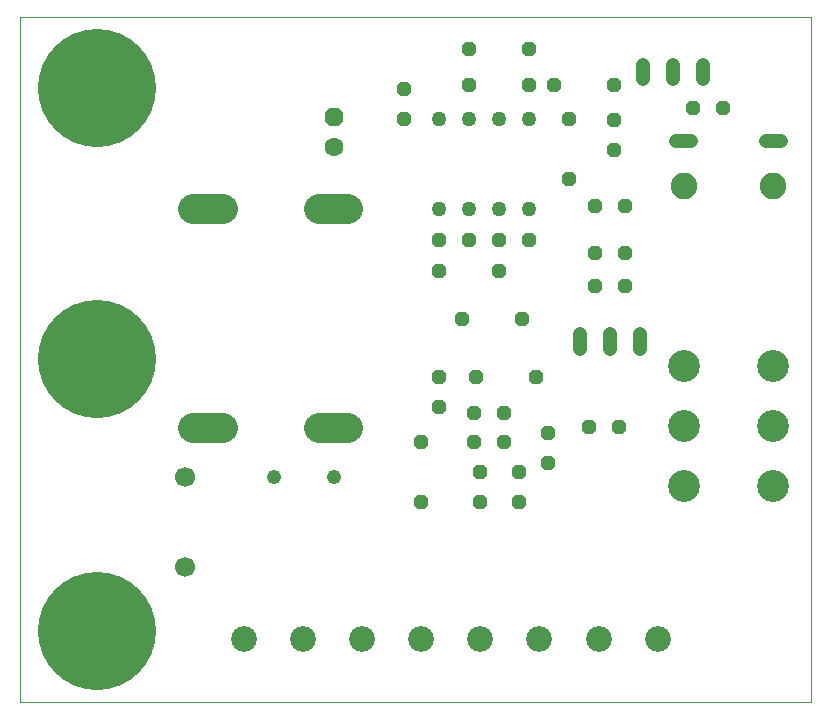
<source format=gbs>
G04 EAGLE Gerber RS-274X export*
G75*
%MOMM*%
%FSLAX34Y34*%
%LPD*%
%INStop Mask Bottom*%
%IPPOS*%
%AMOC8*
5,1,8,0,0,1.08239X$1,22.5*%
G01*
%ADD10C,0.000000*%
%ADD11C,10.000000*%
%ADD12C,5.000000*%
%ADD13C,1.700000*%
%ADD14C,1.219200*%
%ADD15P,1.319650X8X202.500000*%
%ADD16C,1.270000*%
%ADD17P,1.319650X8X292.500000*%
%ADD18P,1.319650X8X22.500000*%
%ADD19P,1.319650X8X112.500000*%
%ADD20P,1.732040X8X112.500000*%
%ADD21C,1.600200*%
%ADD22C,2.184400*%
%ADD23C,2.500000*%
%ADD24C,1.650000*%
%ADD25C,1.219200*%
%ADD26C,2.700000*%
%ADD27C,2.250000*%


D10*
X0Y0D02*
X670000Y0D01*
X670000Y580000D01*
X0Y580000D01*
X0Y0D01*
D11*
X65000Y520000D03*
D10*
X40000Y520000D02*
X40008Y520614D01*
X40030Y521227D01*
X40068Y521839D01*
X40120Y522450D01*
X40188Y523060D01*
X40271Y523668D01*
X40368Y524274D01*
X40480Y524877D01*
X40607Y525478D01*
X40749Y526075D01*
X40906Y526668D01*
X41076Y527257D01*
X41262Y527842D01*
X41461Y528422D01*
X41675Y528997D01*
X41903Y529567D01*
X42145Y530131D01*
X42400Y530689D01*
X42669Y531240D01*
X42952Y531785D01*
X43248Y532322D01*
X43557Y532853D01*
X43879Y533375D01*
X44213Y533889D01*
X44560Y534395D01*
X44920Y534892D01*
X45291Y535381D01*
X45675Y535860D01*
X46070Y536329D01*
X46476Y536789D01*
X46894Y537239D01*
X47322Y537678D01*
X47761Y538106D01*
X48211Y538524D01*
X48671Y538930D01*
X49140Y539325D01*
X49619Y539709D01*
X50108Y540080D01*
X50605Y540440D01*
X51111Y540787D01*
X51625Y541121D01*
X52147Y541443D01*
X52678Y541752D01*
X53215Y542048D01*
X53760Y542331D01*
X54311Y542600D01*
X54869Y542855D01*
X55433Y543097D01*
X56003Y543325D01*
X56578Y543539D01*
X57158Y543738D01*
X57743Y543924D01*
X58332Y544094D01*
X58925Y544251D01*
X59522Y544393D01*
X60123Y544520D01*
X60726Y544632D01*
X61332Y544729D01*
X61940Y544812D01*
X62550Y544880D01*
X63161Y544932D01*
X63773Y544970D01*
X64386Y544992D01*
X65000Y545000D01*
X65614Y544992D01*
X66227Y544970D01*
X66839Y544932D01*
X67450Y544880D01*
X68060Y544812D01*
X68668Y544729D01*
X69274Y544632D01*
X69877Y544520D01*
X70478Y544393D01*
X71075Y544251D01*
X71668Y544094D01*
X72257Y543924D01*
X72842Y543738D01*
X73422Y543539D01*
X73997Y543325D01*
X74567Y543097D01*
X75131Y542855D01*
X75689Y542600D01*
X76240Y542331D01*
X76785Y542048D01*
X77322Y541752D01*
X77853Y541443D01*
X78375Y541121D01*
X78889Y540787D01*
X79395Y540440D01*
X79892Y540080D01*
X80381Y539709D01*
X80860Y539325D01*
X81329Y538930D01*
X81789Y538524D01*
X82239Y538106D01*
X82678Y537678D01*
X83106Y537239D01*
X83524Y536789D01*
X83930Y536329D01*
X84325Y535860D01*
X84709Y535381D01*
X85080Y534892D01*
X85440Y534395D01*
X85787Y533889D01*
X86121Y533375D01*
X86443Y532853D01*
X86752Y532322D01*
X87048Y531785D01*
X87331Y531240D01*
X87600Y530689D01*
X87855Y530131D01*
X88097Y529567D01*
X88325Y528997D01*
X88539Y528422D01*
X88738Y527842D01*
X88924Y527257D01*
X89094Y526668D01*
X89251Y526075D01*
X89393Y525478D01*
X89520Y524877D01*
X89632Y524274D01*
X89729Y523668D01*
X89812Y523060D01*
X89880Y522450D01*
X89932Y521839D01*
X89970Y521227D01*
X89992Y520614D01*
X90000Y520000D01*
X89992Y519386D01*
X89970Y518773D01*
X89932Y518161D01*
X89880Y517550D01*
X89812Y516940D01*
X89729Y516332D01*
X89632Y515726D01*
X89520Y515123D01*
X89393Y514522D01*
X89251Y513925D01*
X89094Y513332D01*
X88924Y512743D01*
X88738Y512158D01*
X88539Y511578D01*
X88325Y511003D01*
X88097Y510433D01*
X87855Y509869D01*
X87600Y509311D01*
X87331Y508760D01*
X87048Y508215D01*
X86752Y507678D01*
X86443Y507147D01*
X86121Y506625D01*
X85787Y506111D01*
X85440Y505605D01*
X85080Y505108D01*
X84709Y504619D01*
X84325Y504140D01*
X83930Y503671D01*
X83524Y503211D01*
X83106Y502761D01*
X82678Y502322D01*
X82239Y501894D01*
X81789Y501476D01*
X81329Y501070D01*
X80860Y500675D01*
X80381Y500291D01*
X79892Y499920D01*
X79395Y499560D01*
X78889Y499213D01*
X78375Y498879D01*
X77853Y498557D01*
X77322Y498248D01*
X76785Y497952D01*
X76240Y497669D01*
X75689Y497400D01*
X75131Y497145D01*
X74567Y496903D01*
X73997Y496675D01*
X73422Y496461D01*
X72842Y496262D01*
X72257Y496076D01*
X71668Y495906D01*
X71075Y495749D01*
X70478Y495607D01*
X69877Y495480D01*
X69274Y495368D01*
X68668Y495271D01*
X68060Y495188D01*
X67450Y495120D01*
X66839Y495068D01*
X66227Y495030D01*
X65614Y495008D01*
X65000Y495000D01*
X64386Y495008D01*
X63773Y495030D01*
X63161Y495068D01*
X62550Y495120D01*
X61940Y495188D01*
X61332Y495271D01*
X60726Y495368D01*
X60123Y495480D01*
X59522Y495607D01*
X58925Y495749D01*
X58332Y495906D01*
X57743Y496076D01*
X57158Y496262D01*
X56578Y496461D01*
X56003Y496675D01*
X55433Y496903D01*
X54869Y497145D01*
X54311Y497400D01*
X53760Y497669D01*
X53215Y497952D01*
X52678Y498248D01*
X52147Y498557D01*
X51625Y498879D01*
X51111Y499213D01*
X50605Y499560D01*
X50108Y499920D01*
X49619Y500291D01*
X49140Y500675D01*
X48671Y501070D01*
X48211Y501476D01*
X47761Y501894D01*
X47322Y502322D01*
X46894Y502761D01*
X46476Y503211D01*
X46070Y503671D01*
X45675Y504140D01*
X45291Y504619D01*
X44920Y505108D01*
X44560Y505605D01*
X44213Y506111D01*
X43879Y506625D01*
X43557Y507147D01*
X43248Y507678D01*
X42952Y508215D01*
X42669Y508760D01*
X42400Y509311D01*
X42145Y509869D01*
X41903Y510433D01*
X41675Y511003D01*
X41461Y511578D01*
X41262Y512158D01*
X41076Y512743D01*
X40906Y513332D01*
X40749Y513925D01*
X40607Y514522D01*
X40480Y515123D01*
X40368Y515726D01*
X40271Y516332D01*
X40188Y516940D01*
X40120Y517550D01*
X40068Y518161D01*
X40030Y518773D01*
X40008Y519386D01*
X40000Y520000D01*
D12*
X65000Y520000D03*
D11*
X65000Y290000D03*
D10*
X40000Y290000D02*
X40008Y290614D01*
X40030Y291227D01*
X40068Y291839D01*
X40120Y292450D01*
X40188Y293060D01*
X40271Y293668D01*
X40368Y294274D01*
X40480Y294877D01*
X40607Y295478D01*
X40749Y296075D01*
X40906Y296668D01*
X41076Y297257D01*
X41262Y297842D01*
X41461Y298422D01*
X41675Y298997D01*
X41903Y299567D01*
X42145Y300131D01*
X42400Y300689D01*
X42669Y301240D01*
X42952Y301785D01*
X43248Y302322D01*
X43557Y302853D01*
X43879Y303375D01*
X44213Y303889D01*
X44560Y304395D01*
X44920Y304892D01*
X45291Y305381D01*
X45675Y305860D01*
X46070Y306329D01*
X46476Y306789D01*
X46894Y307239D01*
X47322Y307678D01*
X47761Y308106D01*
X48211Y308524D01*
X48671Y308930D01*
X49140Y309325D01*
X49619Y309709D01*
X50108Y310080D01*
X50605Y310440D01*
X51111Y310787D01*
X51625Y311121D01*
X52147Y311443D01*
X52678Y311752D01*
X53215Y312048D01*
X53760Y312331D01*
X54311Y312600D01*
X54869Y312855D01*
X55433Y313097D01*
X56003Y313325D01*
X56578Y313539D01*
X57158Y313738D01*
X57743Y313924D01*
X58332Y314094D01*
X58925Y314251D01*
X59522Y314393D01*
X60123Y314520D01*
X60726Y314632D01*
X61332Y314729D01*
X61940Y314812D01*
X62550Y314880D01*
X63161Y314932D01*
X63773Y314970D01*
X64386Y314992D01*
X65000Y315000D01*
X65614Y314992D01*
X66227Y314970D01*
X66839Y314932D01*
X67450Y314880D01*
X68060Y314812D01*
X68668Y314729D01*
X69274Y314632D01*
X69877Y314520D01*
X70478Y314393D01*
X71075Y314251D01*
X71668Y314094D01*
X72257Y313924D01*
X72842Y313738D01*
X73422Y313539D01*
X73997Y313325D01*
X74567Y313097D01*
X75131Y312855D01*
X75689Y312600D01*
X76240Y312331D01*
X76785Y312048D01*
X77322Y311752D01*
X77853Y311443D01*
X78375Y311121D01*
X78889Y310787D01*
X79395Y310440D01*
X79892Y310080D01*
X80381Y309709D01*
X80860Y309325D01*
X81329Y308930D01*
X81789Y308524D01*
X82239Y308106D01*
X82678Y307678D01*
X83106Y307239D01*
X83524Y306789D01*
X83930Y306329D01*
X84325Y305860D01*
X84709Y305381D01*
X85080Y304892D01*
X85440Y304395D01*
X85787Y303889D01*
X86121Y303375D01*
X86443Y302853D01*
X86752Y302322D01*
X87048Y301785D01*
X87331Y301240D01*
X87600Y300689D01*
X87855Y300131D01*
X88097Y299567D01*
X88325Y298997D01*
X88539Y298422D01*
X88738Y297842D01*
X88924Y297257D01*
X89094Y296668D01*
X89251Y296075D01*
X89393Y295478D01*
X89520Y294877D01*
X89632Y294274D01*
X89729Y293668D01*
X89812Y293060D01*
X89880Y292450D01*
X89932Y291839D01*
X89970Y291227D01*
X89992Y290614D01*
X90000Y290000D01*
X89992Y289386D01*
X89970Y288773D01*
X89932Y288161D01*
X89880Y287550D01*
X89812Y286940D01*
X89729Y286332D01*
X89632Y285726D01*
X89520Y285123D01*
X89393Y284522D01*
X89251Y283925D01*
X89094Y283332D01*
X88924Y282743D01*
X88738Y282158D01*
X88539Y281578D01*
X88325Y281003D01*
X88097Y280433D01*
X87855Y279869D01*
X87600Y279311D01*
X87331Y278760D01*
X87048Y278215D01*
X86752Y277678D01*
X86443Y277147D01*
X86121Y276625D01*
X85787Y276111D01*
X85440Y275605D01*
X85080Y275108D01*
X84709Y274619D01*
X84325Y274140D01*
X83930Y273671D01*
X83524Y273211D01*
X83106Y272761D01*
X82678Y272322D01*
X82239Y271894D01*
X81789Y271476D01*
X81329Y271070D01*
X80860Y270675D01*
X80381Y270291D01*
X79892Y269920D01*
X79395Y269560D01*
X78889Y269213D01*
X78375Y268879D01*
X77853Y268557D01*
X77322Y268248D01*
X76785Y267952D01*
X76240Y267669D01*
X75689Y267400D01*
X75131Y267145D01*
X74567Y266903D01*
X73997Y266675D01*
X73422Y266461D01*
X72842Y266262D01*
X72257Y266076D01*
X71668Y265906D01*
X71075Y265749D01*
X70478Y265607D01*
X69877Y265480D01*
X69274Y265368D01*
X68668Y265271D01*
X68060Y265188D01*
X67450Y265120D01*
X66839Y265068D01*
X66227Y265030D01*
X65614Y265008D01*
X65000Y265000D01*
X64386Y265008D01*
X63773Y265030D01*
X63161Y265068D01*
X62550Y265120D01*
X61940Y265188D01*
X61332Y265271D01*
X60726Y265368D01*
X60123Y265480D01*
X59522Y265607D01*
X58925Y265749D01*
X58332Y265906D01*
X57743Y266076D01*
X57158Y266262D01*
X56578Y266461D01*
X56003Y266675D01*
X55433Y266903D01*
X54869Y267145D01*
X54311Y267400D01*
X53760Y267669D01*
X53215Y267952D01*
X52678Y268248D01*
X52147Y268557D01*
X51625Y268879D01*
X51111Y269213D01*
X50605Y269560D01*
X50108Y269920D01*
X49619Y270291D01*
X49140Y270675D01*
X48671Y271070D01*
X48211Y271476D01*
X47761Y271894D01*
X47322Y272322D01*
X46894Y272761D01*
X46476Y273211D01*
X46070Y273671D01*
X45675Y274140D01*
X45291Y274619D01*
X44920Y275108D01*
X44560Y275605D01*
X44213Y276111D01*
X43879Y276625D01*
X43557Y277147D01*
X43248Y277678D01*
X42952Y278215D01*
X42669Y278760D01*
X42400Y279311D01*
X42145Y279869D01*
X41903Y280433D01*
X41675Y281003D01*
X41461Y281578D01*
X41262Y282158D01*
X41076Y282743D01*
X40906Y283332D01*
X40749Y283925D01*
X40607Y284522D01*
X40480Y285123D01*
X40368Y285726D01*
X40271Y286332D01*
X40188Y286940D01*
X40120Y287550D01*
X40068Y288161D01*
X40030Y288773D01*
X40008Y289386D01*
X40000Y290000D01*
D12*
X65000Y290000D03*
D11*
X65000Y60000D03*
D10*
X40000Y60000D02*
X40008Y60614D01*
X40030Y61227D01*
X40068Y61839D01*
X40120Y62450D01*
X40188Y63060D01*
X40271Y63668D01*
X40368Y64274D01*
X40480Y64877D01*
X40607Y65478D01*
X40749Y66075D01*
X40906Y66668D01*
X41076Y67257D01*
X41262Y67842D01*
X41461Y68422D01*
X41675Y68997D01*
X41903Y69567D01*
X42145Y70131D01*
X42400Y70689D01*
X42669Y71240D01*
X42952Y71785D01*
X43248Y72322D01*
X43557Y72853D01*
X43879Y73375D01*
X44213Y73889D01*
X44560Y74395D01*
X44920Y74892D01*
X45291Y75381D01*
X45675Y75860D01*
X46070Y76329D01*
X46476Y76789D01*
X46894Y77239D01*
X47322Y77678D01*
X47761Y78106D01*
X48211Y78524D01*
X48671Y78930D01*
X49140Y79325D01*
X49619Y79709D01*
X50108Y80080D01*
X50605Y80440D01*
X51111Y80787D01*
X51625Y81121D01*
X52147Y81443D01*
X52678Y81752D01*
X53215Y82048D01*
X53760Y82331D01*
X54311Y82600D01*
X54869Y82855D01*
X55433Y83097D01*
X56003Y83325D01*
X56578Y83539D01*
X57158Y83738D01*
X57743Y83924D01*
X58332Y84094D01*
X58925Y84251D01*
X59522Y84393D01*
X60123Y84520D01*
X60726Y84632D01*
X61332Y84729D01*
X61940Y84812D01*
X62550Y84880D01*
X63161Y84932D01*
X63773Y84970D01*
X64386Y84992D01*
X65000Y85000D01*
X65614Y84992D01*
X66227Y84970D01*
X66839Y84932D01*
X67450Y84880D01*
X68060Y84812D01*
X68668Y84729D01*
X69274Y84632D01*
X69877Y84520D01*
X70478Y84393D01*
X71075Y84251D01*
X71668Y84094D01*
X72257Y83924D01*
X72842Y83738D01*
X73422Y83539D01*
X73997Y83325D01*
X74567Y83097D01*
X75131Y82855D01*
X75689Y82600D01*
X76240Y82331D01*
X76785Y82048D01*
X77322Y81752D01*
X77853Y81443D01*
X78375Y81121D01*
X78889Y80787D01*
X79395Y80440D01*
X79892Y80080D01*
X80381Y79709D01*
X80860Y79325D01*
X81329Y78930D01*
X81789Y78524D01*
X82239Y78106D01*
X82678Y77678D01*
X83106Y77239D01*
X83524Y76789D01*
X83930Y76329D01*
X84325Y75860D01*
X84709Y75381D01*
X85080Y74892D01*
X85440Y74395D01*
X85787Y73889D01*
X86121Y73375D01*
X86443Y72853D01*
X86752Y72322D01*
X87048Y71785D01*
X87331Y71240D01*
X87600Y70689D01*
X87855Y70131D01*
X88097Y69567D01*
X88325Y68997D01*
X88539Y68422D01*
X88738Y67842D01*
X88924Y67257D01*
X89094Y66668D01*
X89251Y66075D01*
X89393Y65478D01*
X89520Y64877D01*
X89632Y64274D01*
X89729Y63668D01*
X89812Y63060D01*
X89880Y62450D01*
X89932Y61839D01*
X89970Y61227D01*
X89992Y60614D01*
X90000Y60000D01*
X89992Y59386D01*
X89970Y58773D01*
X89932Y58161D01*
X89880Y57550D01*
X89812Y56940D01*
X89729Y56332D01*
X89632Y55726D01*
X89520Y55123D01*
X89393Y54522D01*
X89251Y53925D01*
X89094Y53332D01*
X88924Y52743D01*
X88738Y52158D01*
X88539Y51578D01*
X88325Y51003D01*
X88097Y50433D01*
X87855Y49869D01*
X87600Y49311D01*
X87331Y48760D01*
X87048Y48215D01*
X86752Y47678D01*
X86443Y47147D01*
X86121Y46625D01*
X85787Y46111D01*
X85440Y45605D01*
X85080Y45108D01*
X84709Y44619D01*
X84325Y44140D01*
X83930Y43671D01*
X83524Y43211D01*
X83106Y42761D01*
X82678Y42322D01*
X82239Y41894D01*
X81789Y41476D01*
X81329Y41070D01*
X80860Y40675D01*
X80381Y40291D01*
X79892Y39920D01*
X79395Y39560D01*
X78889Y39213D01*
X78375Y38879D01*
X77853Y38557D01*
X77322Y38248D01*
X76785Y37952D01*
X76240Y37669D01*
X75689Y37400D01*
X75131Y37145D01*
X74567Y36903D01*
X73997Y36675D01*
X73422Y36461D01*
X72842Y36262D01*
X72257Y36076D01*
X71668Y35906D01*
X71075Y35749D01*
X70478Y35607D01*
X69877Y35480D01*
X69274Y35368D01*
X68668Y35271D01*
X68060Y35188D01*
X67450Y35120D01*
X66839Y35068D01*
X66227Y35030D01*
X65614Y35008D01*
X65000Y35000D01*
X64386Y35008D01*
X63773Y35030D01*
X63161Y35068D01*
X62550Y35120D01*
X61940Y35188D01*
X61332Y35271D01*
X60726Y35368D01*
X60123Y35480D01*
X59522Y35607D01*
X58925Y35749D01*
X58332Y35906D01*
X57743Y36076D01*
X57158Y36262D01*
X56578Y36461D01*
X56003Y36675D01*
X55433Y36903D01*
X54869Y37145D01*
X54311Y37400D01*
X53760Y37669D01*
X53215Y37952D01*
X52678Y38248D01*
X52147Y38557D01*
X51625Y38879D01*
X51111Y39213D01*
X50605Y39560D01*
X50108Y39920D01*
X49619Y40291D01*
X49140Y40675D01*
X48671Y41070D01*
X48211Y41476D01*
X47761Y41894D01*
X47322Y42322D01*
X46894Y42761D01*
X46476Y43211D01*
X46070Y43671D01*
X45675Y44140D01*
X45291Y44619D01*
X44920Y45108D01*
X44560Y45605D01*
X44213Y46111D01*
X43879Y46625D01*
X43557Y47147D01*
X43248Y47678D01*
X42952Y48215D01*
X42669Y48760D01*
X42400Y49311D01*
X42145Y49869D01*
X41903Y50433D01*
X41675Y51003D01*
X41461Y51578D01*
X41262Y52158D01*
X41076Y52743D01*
X40906Y53332D01*
X40749Y53925D01*
X40607Y54522D01*
X40480Y55123D01*
X40368Y55726D01*
X40271Y56332D01*
X40188Y56940D01*
X40120Y57550D01*
X40068Y58161D01*
X40030Y58773D01*
X40008Y59386D01*
X40000Y60000D01*
D12*
X65000Y60000D03*
D13*
X140000Y190000D03*
X140000Y113800D03*
D14*
X555904Y475000D02*
X568096Y475000D01*
X632104Y475000D02*
X644296Y475000D01*
D15*
X410200Y220400D03*
X384800Y220400D03*
D16*
X355000Y416900D03*
X380400Y416900D03*
X380400Y493100D03*
X355000Y493100D03*
X405800Y416900D03*
X431200Y416900D03*
X405800Y493100D03*
X431200Y493100D03*
D14*
X527300Y527404D02*
X527300Y539596D01*
X578100Y539596D02*
X578100Y527404D01*
X552700Y527404D02*
X552700Y539596D01*
X474600Y311096D02*
X474600Y298904D01*
X525400Y298904D02*
X525400Y311096D01*
X500000Y311096D02*
X500000Y298904D01*
D17*
X340000Y220400D03*
X340000Y169600D03*
D15*
X436900Y275000D03*
X386100Y275000D03*
X424900Y324000D03*
X374100Y324000D03*
D17*
X355000Y275200D03*
X355000Y249800D03*
D15*
X405800Y365100D03*
X355000Y365100D03*
D18*
X355000Y391000D03*
X380400Y391000D03*
D19*
X503100Y467300D03*
X503100Y492700D03*
D15*
X431200Y391000D03*
X405800Y391000D03*
D18*
X384800Y244400D03*
X410200Y244400D03*
X452300Y522500D03*
X503100Y522500D03*
X380400Y522500D03*
X431200Y522500D03*
D19*
X465000Y442300D03*
X465000Y493100D03*
D18*
X380400Y552500D03*
X431200Y552500D03*
D19*
X325000Y493100D03*
X325000Y518500D03*
D15*
X512700Y380000D03*
X487300Y380000D03*
D18*
X487300Y352500D03*
X512700Y352500D03*
X482300Y232500D03*
X507700Y232500D03*
X569800Y502500D03*
X595200Y502500D03*
D15*
X512700Y420000D03*
X487300Y420000D03*
D20*
X265840Y495400D03*
D21*
X265840Y470000D03*
D22*
X290000Y53000D03*
X340000Y53000D03*
X490000Y53000D03*
X540000Y53000D03*
X390000Y53000D03*
X440000Y53000D03*
X190000Y53000D03*
X240000Y53000D03*
D23*
X171860Y232290D02*
X146860Y232290D01*
X253140Y232290D02*
X278140Y232290D01*
X278140Y417710D02*
X253140Y417710D01*
X171860Y417710D02*
X146860Y417710D01*
D24*
X278540Y232290D03*
X146460Y232290D03*
X146460Y417710D03*
X278540Y417710D03*
D25*
X265840Y190000D03*
X215040Y190000D03*
D26*
X638000Y284600D03*
D27*
X638000Y437000D03*
D26*
X638000Y233800D03*
X638000Y183000D03*
D27*
X562000Y437000D03*
D26*
X562000Y284600D03*
X562000Y233800D03*
X562000Y183000D03*
D19*
X447500Y202300D03*
X447500Y227700D03*
D17*
X422500Y169300D03*
X422500Y194700D03*
D19*
X390000Y169300D03*
X390000Y194700D03*
M02*

</source>
